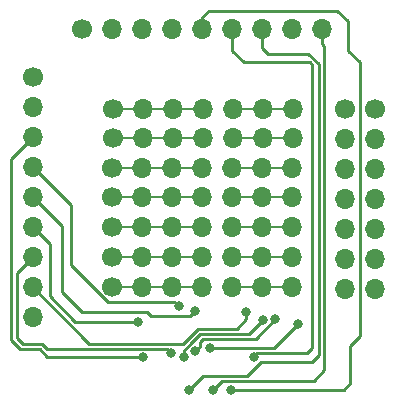
<source format=gbr>
G04 #@! TF.GenerationSoftware,KiCad,Pcbnew,(6.0.5)*
G04 #@! TF.CreationDate,2022-07-08T11:37:31+02:00*
G04 #@! TF.ProjectId,MovuinoProtoShield_v2.0,4d6f7675-696e-46f5-9072-6f746f536869,rev?*
G04 #@! TF.SameCoordinates,Original*
G04 #@! TF.FileFunction,Copper,L1,Top*
G04 #@! TF.FilePolarity,Positive*
%FSLAX46Y46*%
G04 Gerber Fmt 4.6, Leading zero omitted, Abs format (unit mm)*
G04 Created by KiCad (PCBNEW (6.0.5)) date 2022-07-08 11:37:31*
%MOMM*%
%LPD*%
G01*
G04 APERTURE LIST*
G04 #@! TA.AperFunction,ComponentPad*
%ADD10C,1.700000*%
G04 #@! TD*
G04 #@! TA.AperFunction,ComponentPad*
%ADD11O,1.700000X1.700000*%
G04 #@! TD*
G04 #@! TA.AperFunction,ViaPad*
%ADD12C,0.800000*%
G04 #@! TD*
G04 #@! TA.AperFunction,Conductor*
%ADD13C,0.200000*%
G04 #@! TD*
G04 #@! TA.AperFunction,Conductor*
%ADD14C,0.250000*%
G04 #@! TD*
G04 APERTURE END LIST*
D10*
G04 #@! TO.P,REF\u002A\u002A,1*
G04 #@! TO.N,+3V3*
X157700000Y-38000000D03*
D11*
G04 #@! TO.P,REF\u002A\u002A,2*
X157700000Y-40540000D03*
G04 #@! TO.P,REF\u002A\u002A,3*
X157700000Y-43080000D03*
G04 #@! TO.P,REF\u002A\u002A,4*
X157700000Y-45620000D03*
G04 #@! TO.P,REF\u002A\u002A,5*
X157700000Y-48160000D03*
G04 #@! TO.P,REF\u002A\u002A,6*
X157700000Y-50700000D03*
G04 #@! TO.P,REF\u002A\u002A,7*
X157700000Y-53240000D03*
G04 #@! TD*
D10*
G04 #@! TO.P,REF\u002A\u002A,1*
G04 #@! TO.N,N/C*
X135450000Y-43000000D03*
D11*
G04 #@! TO.P,REF\u002A\u002A,2*
X137990000Y-43000000D03*
G04 #@! TO.P,REF\u002A\u002A,3*
X140530000Y-43000000D03*
G04 #@! TO.P,REF\u002A\u002A,4*
X143070000Y-43000000D03*
G04 #@! TO.P,REF\u002A\u002A,5*
X145610000Y-43000000D03*
G04 #@! TO.P,REF\u002A\u002A,6*
X148150000Y-43000000D03*
G04 #@! TO.P,REF\u002A\u002A,7*
X150690000Y-43000000D03*
G04 #@! TD*
D10*
G04 #@! TO.P,REF\u002A\u002A,1*
G04 #@! TO.N,N/C*
X135475000Y-40500000D03*
D11*
G04 #@! TO.P,REF\u002A\u002A,2*
X138015000Y-40500000D03*
G04 #@! TO.P,REF\u002A\u002A,3*
X140555000Y-40500000D03*
G04 #@! TO.P,REF\u002A\u002A,4*
X143095000Y-40500000D03*
G04 #@! TO.P,REF\u002A\u002A,5*
X145635000Y-40500000D03*
G04 #@! TO.P,REF\u002A\u002A,6*
X148175000Y-40500000D03*
G04 #@! TO.P,REF\u002A\u002A,7*
X150715000Y-40500000D03*
G04 #@! TD*
D10*
G04 #@! TO.P,REF\u002A\u002A,1*
G04 #@! TO.N,N/C*
X135450000Y-53100000D03*
D11*
G04 #@! TO.P,REF\u002A\u002A,2*
X137990000Y-53100000D03*
G04 #@! TO.P,REF\u002A\u002A,3*
X140530000Y-53100000D03*
G04 #@! TO.P,REF\u002A\u002A,4*
X143070000Y-53100000D03*
G04 #@! TO.P,REF\u002A\u002A,5*
X145610000Y-53100000D03*
G04 #@! TO.P,REF\u002A\u002A,6*
X148150000Y-53100000D03*
G04 #@! TO.P,REF\u002A\u002A,7*
X150690000Y-53100000D03*
G04 #@! TD*
D10*
G04 #@! TO.P,REF\u002A\u002A,1*
G04 #@! TO.N,GND*
X155100000Y-38000000D03*
D11*
G04 #@! TO.P,REF\u002A\u002A,2*
X155100000Y-40540000D03*
G04 #@! TO.P,REF\u002A\u002A,3*
X155100000Y-43080000D03*
G04 #@! TO.P,REF\u002A\u002A,4*
X155100000Y-45620000D03*
G04 #@! TO.P,REF\u002A\u002A,5*
X155100000Y-48160000D03*
G04 #@! TO.P,REF\u002A\u002A,6*
X155100000Y-50700000D03*
G04 #@! TO.P,REF\u002A\u002A,7*
X155100000Y-53240000D03*
G04 #@! TD*
D10*
G04 #@! TO.P,REF\u002A\u002A,1*
G04 #@! TO.N,ADC1.1*
X128700000Y-35350000D03*
D11*
G04 #@! TO.P,REF\u002A\u002A,2*
G04 #@! TO.N,ADC1.2*
X128700000Y-37890000D03*
G04 #@! TO.P,REF\u002A\u002A,3*
G04 #@! TO.N,ADC1.3*
X128700000Y-40430000D03*
G04 #@! TO.P,REF\u002A\u002A,4*
G04 #@! TO.N,ADC1.4T*
X128700000Y-42970000D03*
G04 #@! TO.P,REF\u002A\u002A,5*
G04 #@! TO.N,ADC1.5T*
X128700000Y-45510000D03*
G04 #@! TO.P,REF\u002A\u002A,6*
G04 #@! TO.N,ADC1.6*
X128700000Y-48050000D03*
G04 #@! TO.P,REF\u002A\u002A,7*
G04 #@! TO.N,ADC1.7*
X128700000Y-50590000D03*
G04 #@! TO.P,REF\u002A\u002A,8*
G04 #@! TO.N,GPIO2*
X128700000Y-53130000D03*
G04 #@! TO.P,REF\u002A\u002A,9*
G04 #@! TO.N,+5V*
X128700000Y-55670000D03*
G04 #@! TD*
D10*
G04 #@! TO.P,REF\u002A\u002A,1*
G04 #@! TO.N,N/C*
X135450000Y-45500000D03*
D11*
G04 #@! TO.P,REF\u002A\u002A,2*
X137990000Y-45500000D03*
G04 #@! TO.P,REF\u002A\u002A,3*
X140530000Y-45500000D03*
G04 #@! TO.P,REF\u002A\u002A,4*
X143070000Y-45500000D03*
G04 #@! TO.P,REF\u002A\u002A,5*
X145610000Y-45500000D03*
G04 #@! TO.P,REF\u002A\u002A,6*
X148150000Y-45500000D03*
G04 #@! TO.P,REF\u002A\u002A,7*
X150690000Y-45500000D03*
G04 #@! TD*
D10*
G04 #@! TO.P,REF\u002A\u002A,1*
G04 #@! TO.N,N/C*
X135450000Y-50600000D03*
D11*
G04 #@! TO.P,REF\u002A\u002A,2*
X137990000Y-50600000D03*
G04 #@! TO.P,REF\u002A\u002A,3*
X140530000Y-50600000D03*
G04 #@! TO.P,REF\u002A\u002A,4*
X143070000Y-50600000D03*
G04 #@! TO.P,REF\u002A\u002A,5*
X145610000Y-50600000D03*
G04 #@! TO.P,REF\u002A\u002A,6*
X148150000Y-50600000D03*
G04 #@! TO.P,REF\u002A\u002A,7*
X150690000Y-50600000D03*
G04 #@! TD*
D10*
G04 #@! TO.P,REF\u002A\u002A,1*
G04 #@! TO.N,N/C*
X135450000Y-48000000D03*
D11*
G04 #@! TO.P,REF\u002A\u002A,2*
X137990000Y-48000000D03*
G04 #@! TO.P,REF\u002A\u002A,3*
X140530000Y-48000000D03*
G04 #@! TO.P,REF\u002A\u002A,4*
X143070000Y-48000000D03*
G04 #@! TO.P,REF\u002A\u002A,5*
X145610000Y-48000000D03*
G04 #@! TO.P,REF\u002A\u002A,6*
X148150000Y-48000000D03*
G04 #@! TO.P,REF\u002A\u002A,7*
X150690000Y-48000000D03*
G04 #@! TD*
D10*
G04 #@! TO.P,REF\u002A\u002A,1*
G04 #@! TO.N,PB*
X132900000Y-31300000D03*
D11*
G04 #@! TO.P,REF\u002A\u002A,2*
G04 #@! TO.N,RESET*
X135440000Y-31300000D03*
G04 #@! TO.P,REF\u002A\u002A,3*
G04 #@! TO.N,RXD*
X137980000Y-31300000D03*
G04 #@! TO.P,REF\u002A\u002A,4*
G04 #@! TO.N,TXD*
X140520000Y-31300000D03*
G04 #@! TO.P,REF\u002A\u002A,5*
G04 #@! TO.N,SCL*
X143060000Y-31300000D03*
G04 #@! TO.P,REF\u002A\u002A,6*
G04 #@! TO.N,SDA*
X145600000Y-31300000D03*
G04 #@! TO.P,REF\u002A\u002A,7*
G04 #@! TO.N,SCK*
X148140000Y-31300000D03*
G04 #@! TO.P,REF\u002A\u002A,8*
G04 #@! TO.N,MOSI*
X150680000Y-31300000D03*
G04 #@! TO.P,REF\u002A\u002A,9*
G04 #@! TO.N,MISO*
X153220000Y-31300000D03*
G04 #@! TD*
D10*
G04 #@! TO.P,REF\u002A\u002A,1*
G04 #@! TO.N,N/C*
X135475000Y-38000000D03*
D11*
G04 #@! TO.P,REF\u002A\u002A,2*
X138015000Y-38000000D03*
G04 #@! TO.P,REF\u002A\u002A,3*
X140555000Y-38000000D03*
G04 #@! TO.P,REF\u002A\u002A,4*
X143095000Y-38000000D03*
G04 #@! TO.P,REF\u002A\u002A,5*
X145635000Y-38000000D03*
G04 #@! TO.P,REF\u002A\u002A,6*
X148175000Y-38000000D03*
G04 #@! TO.P,REF\u002A\u002A,7*
X150715000Y-38000000D03*
G04 #@! TD*
D12*
G04 #@! TO.N,SCL*
X145500000Y-61800000D03*
G04 #@! TO.N,SDA*
X147413183Y-59000644D03*
G04 #@! TO.N,MISO*
X144000000Y-61800000D03*
G04 #@! TO.N,SCK*
X141950000Y-61800000D03*
G04 #@! TO.N,TXD*
X143750000Y-58250000D03*
X151150000Y-56250000D03*
G04 #@! TO.N,ADC1.5T*
X142421466Y-55140363D03*
G04 #@! TO.N,RXD*
X142450000Y-58550000D03*
X149250000Y-55850000D03*
G04 #@! TO.N,ADC1.4T*
X141050000Y-54750000D03*
G04 #@! TO.N,ADC1.7*
X140400000Y-58700000D03*
G04 #@! TO.N,RESET*
X148182981Y-55892420D03*
X141500000Y-59000000D03*
G04 #@! TO.N,ADC1.6*
X137600000Y-56050000D03*
G04 #@! TO.N,ADC1.3*
X137999502Y-59074020D03*
G04 #@! TO.N,GPIO2*
X146799022Y-55250000D03*
X146799022Y-55250000D03*
G04 #@! TD*
D13*
G04 #@! TO.N,*
X135475000Y-40500000D02*
X143095000Y-40500000D01*
X145610000Y-48000000D02*
X150690000Y-48000000D01*
X135450000Y-48000000D02*
X143070000Y-48000000D01*
X145610000Y-50600000D02*
X150690000Y-50600000D01*
X145635000Y-38000000D02*
X150715000Y-38000000D01*
X135475000Y-38000000D02*
X143095000Y-38000000D01*
X145635000Y-40500000D02*
X150715000Y-40500000D01*
X135450000Y-43000000D02*
X143070000Y-43000000D01*
X135450000Y-50600000D02*
X143070000Y-50600000D01*
X145610000Y-45500000D02*
X150690000Y-45500000D01*
X145610000Y-53100000D02*
X150690000Y-53100000D01*
X135450000Y-45500000D02*
X143070000Y-45500000D01*
X135450000Y-53100000D02*
X143070000Y-53100000D01*
X145610000Y-43000000D02*
X150690000Y-43000000D01*
D14*
G04 #@! TO.N,SCL*
X155400000Y-33100000D02*
X155400000Y-30600000D01*
X155400000Y-30600000D02*
X154500000Y-29700000D01*
X145500000Y-61800000D02*
X155050000Y-61800000D01*
X155050000Y-61800000D02*
X155600000Y-61250000D01*
X143060000Y-30290000D02*
X143060000Y-31300000D01*
X154500000Y-29700000D02*
X143650000Y-29700000D01*
X156400000Y-34100000D02*
X155400000Y-33100000D01*
X156400000Y-57300000D02*
X156400000Y-34100000D01*
X155600000Y-58100000D02*
X156400000Y-57300000D01*
X143650000Y-29700000D02*
X143060000Y-30290000D01*
X155600000Y-61250000D02*
X155600000Y-58100000D01*
G04 #@! TO.N,SDA*
X146600000Y-34100000D02*
X145600000Y-33100000D01*
X151950000Y-58700000D02*
X152350000Y-58300000D01*
X147713827Y-58700000D02*
X151950000Y-58700000D01*
X145600000Y-33100000D02*
X145600000Y-31300000D01*
X152350000Y-58300000D02*
X152350000Y-34300000D01*
X147413183Y-59000644D02*
X147713827Y-58700000D01*
X152150000Y-34100000D02*
X146600000Y-34100000D01*
X152350000Y-34300000D02*
X152150000Y-34100000D01*
G04 #@! TO.N,MISO*
X153400000Y-32700000D02*
X153220000Y-32520000D01*
X153400000Y-60150000D02*
X153400000Y-32700000D01*
X152474511Y-61075489D02*
X153400000Y-60150000D01*
X144000000Y-61800000D02*
X144724511Y-61075489D01*
X144724511Y-61075489D02*
X152474511Y-61075489D01*
X153220000Y-32520000D02*
X153220000Y-31300000D01*
G04 #@! TO.N,SCK*
X148140000Y-32890000D02*
X148140000Y-31300000D01*
X148020603Y-59425479D02*
X152374521Y-59425479D01*
X152035718Y-33350000D02*
X148600000Y-33350000D01*
D13*
X148140000Y-32890000D02*
X148200000Y-32950000D01*
D14*
X148600000Y-33350000D02*
X148140000Y-32890000D01*
X141950000Y-61800000D02*
X143124031Y-60625969D01*
X152900000Y-34214282D02*
X152035718Y-33350000D01*
X152900000Y-58900000D02*
X152900000Y-34214282D01*
X152374521Y-59425479D02*
X152900000Y-58900000D01*
X146820113Y-60625969D02*
X148020603Y-59425479D01*
X143124031Y-60625969D02*
X146820113Y-60625969D01*
G04 #@! TO.N,TXD*
X143750000Y-58250000D02*
X149150000Y-58250000D01*
X149150000Y-58250000D02*
X151150000Y-56250000D01*
G04 #@! TO.N,ADC1.5T*
X142037318Y-55524511D02*
X142421466Y-55140363D01*
X131175489Y-53525489D02*
X132850000Y-55200000D01*
X138724511Y-55524511D02*
X142037318Y-55524511D01*
X131175489Y-48325489D02*
X131175489Y-53525489D01*
X128700000Y-45510000D02*
X131175489Y-47985489D01*
X131175489Y-47985489D02*
X131175489Y-48325489D01*
X132850000Y-55200000D02*
X138400000Y-55200000D01*
X138400000Y-55200000D02*
X138724511Y-55524511D01*
G04 #@! TO.N,RXD*
X142850000Y-58150000D02*
X142850000Y-57750000D01*
X142450000Y-58550000D02*
X142850000Y-58150000D01*
X143074511Y-57525489D02*
X147574511Y-57525489D01*
X147574511Y-57525489D02*
X149250000Y-55850000D01*
X142850000Y-57750000D02*
X143074511Y-57525489D01*
G04 #@! TO.N,ADC1.4T*
X131900000Y-46170000D02*
X128700000Y-42970000D01*
X141050000Y-54750000D02*
X140700000Y-54400000D01*
X135088990Y-54400000D02*
X131900000Y-51211010D01*
X140700000Y-54400000D02*
X135088990Y-54400000D01*
X131900000Y-51211010D02*
X131900000Y-46170000D01*
G04 #@! TO.N,ADC1.7*
X127350000Y-51940000D02*
X128700000Y-50590000D01*
X129885237Y-58349520D02*
X129486197Y-57950480D01*
X127836198Y-57950480D02*
X127350000Y-57464282D01*
X140049520Y-58349520D02*
X129885237Y-58349520D01*
X127350000Y-57464282D02*
X127350000Y-51940000D01*
X140400000Y-58700000D02*
X140049520Y-58349520D01*
X129486197Y-57950480D02*
X127836198Y-57950480D01*
G04 #@! TO.N,RESET*
X142888314Y-57075969D02*
X141987693Y-57976589D01*
X141987693Y-57987693D02*
X141500000Y-58475386D01*
X141500000Y-58475386D02*
X141500000Y-59000000D01*
X141987693Y-57976589D02*
X141987693Y-57987693D01*
X146999432Y-57075969D02*
X142888314Y-57075969D01*
X148182981Y-55892420D02*
X146999432Y-57075969D01*
G04 #@! TO.N,ADC1.6*
X130150000Y-49500000D02*
X128700000Y-48050000D01*
X132300000Y-56050000D02*
X137600000Y-56050000D01*
X130150000Y-53900000D02*
X132300000Y-56050000D01*
X130150000Y-49500000D02*
X130150000Y-53900000D01*
G04 #@! TO.N,ADC1.3*
X127650000Y-58400000D02*
X126850000Y-57600000D01*
X126850000Y-57600000D02*
X126850000Y-42280000D01*
X129950000Y-59050000D02*
X129300000Y-58400000D01*
X126850000Y-42280000D02*
X128700000Y-40430000D01*
X137999502Y-59074020D02*
X137975482Y-59050000D01*
X129300000Y-58400000D02*
X127650000Y-58400000D01*
X137975482Y-59050000D02*
X129950000Y-59050000D01*
G04 #@! TO.N,GPIO2*
X145973551Y-56626449D02*
X146799022Y-55800978D01*
X141400000Y-57900000D02*
X142673551Y-56626449D01*
X133470000Y-57900000D02*
X141400000Y-57900000D01*
X146799022Y-55800978D02*
X146799022Y-55250000D01*
X142673551Y-56626449D02*
X145973551Y-56626449D01*
X128700000Y-53130000D02*
X133470000Y-57900000D01*
G04 #@! TD*
M02*

</source>
